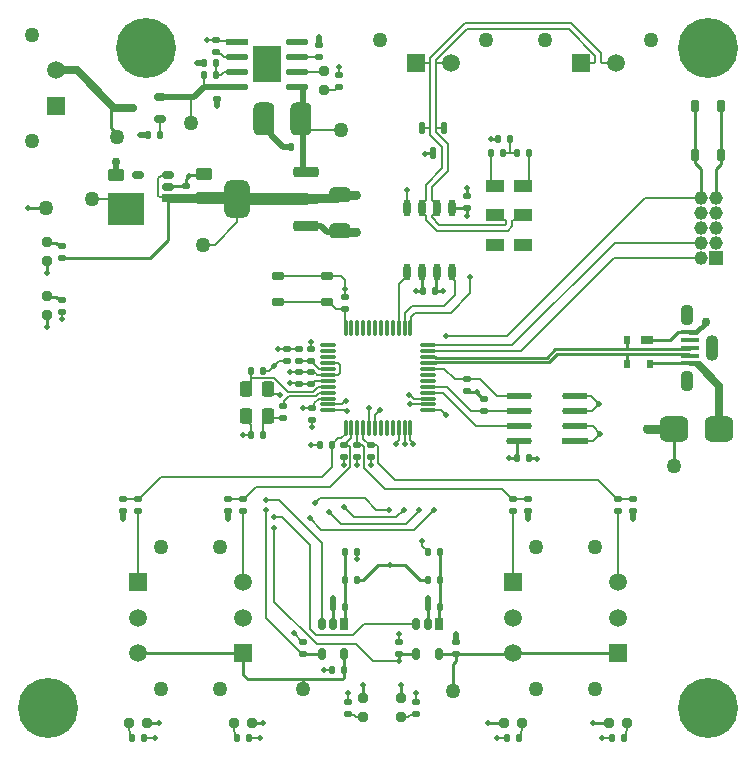
<source format=gbr>
%TF.GenerationSoftware,Altium Limited,Altium Designer,24.5.2 (23)*%
G04 Layer_Physical_Order=1*
G04 Layer_Color=255*
%FSLAX45Y45*%
%MOMM*%
%TF.SameCoordinates,627A3E5C-85DC-498E-B9C8-82595492641C*%
%TF.FilePolarity,Positive*%
%TF.FileFunction,Copper,L1,Top,Signal*%
%TF.Part,Single*%
G01*
G75*
%TA.AperFunction,SMDPad,CuDef*%
%ADD10C,1.27000*%
%ADD11R,1.60000X1.00000*%
G04:AMPARAMS|DCode=12|XSize=2.15mm|YSize=2.45mm|CornerRadius=0.5375mm|HoleSize=0mm|Usage=FLASHONLY|Rotation=270.000|XOffset=0mm|YOffset=0mm|HoleType=Round|Shape=RoundedRectangle|*
%AMROUNDEDRECTD12*
21,1,2.15000,1.37500,0,0,270.0*
21,1,1.07500,2.45000,0,0,270.0*
1,1,1.07500,-0.68750,-0.53750*
1,1,1.07500,-0.68750,0.53750*
1,1,1.07500,0.68750,0.53750*
1,1,1.07500,0.68750,-0.53750*
%
%ADD12ROUNDEDRECTD12*%
%ADD13R,1.92006X0.58213*%
G04:AMPARAMS|DCode=14|XSize=1.92006mm|YSize=0.58213mm|CornerRadius=0.29107mm|HoleSize=0mm|Usage=FLASHONLY|Rotation=0.000|XOffset=0mm|YOffset=0mm|HoleType=Round|Shape=RoundedRectangle|*
%AMROUNDEDRECTD14*
21,1,1.92006,0.00000,0,0,0.0*
21,1,1.33793,0.58213,0,0,0.0*
1,1,0.58213,0.66896,0.00000*
1,1,0.58213,-0.66896,0.00000*
1,1,0.58213,-0.66896,0.00000*
1,1,0.58213,0.66896,0.00000*
%
%ADD14ROUNDEDRECTD14*%
%ADD15R,2.40000X3.10000*%
G04:AMPARAMS|DCode=16|XSize=0.7mm|YSize=1mm|CornerRadius=0.175mm|HoleSize=0mm|Usage=FLASHONLY|Rotation=0.000|XOffset=0mm|YOffset=0mm|HoleType=Round|Shape=RoundedRectangle|*
%AMROUNDEDRECTD16*
21,1,0.70000,0.65000,0,0,0.0*
21,1,0.35000,1.00000,0,0,0.0*
1,1,0.35000,0.17500,-0.32500*
1,1,0.35000,-0.17500,-0.32500*
1,1,0.35000,-0.17500,0.32500*
1,1,0.35000,0.17500,0.32500*
%
%ADD16ROUNDEDRECTD16*%
%ADD17R,0.70000X1.00000*%
G04:AMPARAMS|DCode=18|XSize=1.05mm|YSize=0.65mm|CornerRadius=0.1625mm|HoleSize=0mm|Usage=FLASHONLY|Rotation=0.000|XOffset=0mm|YOffset=0mm|HoleType=Round|Shape=RoundedRectangle|*
%AMROUNDEDRECTD18*
21,1,1.05000,0.32500,0,0,0.0*
21,1,0.72500,0.65000,0,0,0.0*
1,1,0.32500,0.36250,-0.16250*
1,1,0.32500,-0.36250,-0.16250*
1,1,0.32500,-0.36250,0.16250*
1,1,0.32500,0.36250,0.16250*
%
%ADD18ROUNDEDRECTD18*%
G04:AMPARAMS|DCode=19|XSize=1.05mm|YSize=0.65mm|CornerRadius=0.1625mm|HoleSize=0mm|Usage=FLASHONLY|Rotation=270.000|XOffset=0mm|YOffset=0mm|HoleType=Round|Shape=RoundedRectangle|*
%AMROUNDEDRECTD19*
21,1,1.05000,0.32500,0,0,270.0*
21,1,0.72500,0.65000,0,0,270.0*
1,1,0.32500,-0.16250,-0.36250*
1,1,0.32500,-0.16250,0.36250*
1,1,0.32500,0.16250,0.36250*
1,1,0.32500,0.16250,-0.36250*
%
%ADD19ROUNDEDRECTD19*%
%ADD20R,0.60000X0.70000*%
G04:AMPARAMS|DCode=21|XSize=0.508mm|YSize=0.635mm|CornerRadius=0.127mm|HoleSize=0mm|Usage=FLASHONLY|Rotation=270.000|XOffset=0mm|YOffset=0mm|HoleType=Round|Shape=RoundedRectangle|*
%AMROUNDEDRECTD21*
21,1,0.50800,0.38100,0,0,270.0*
21,1,0.25400,0.63500,0,0,270.0*
1,1,0.25400,-0.19050,-0.12700*
1,1,0.25400,-0.19050,0.12700*
1,1,0.25400,0.19050,0.12700*
1,1,0.25400,0.19050,-0.12700*
%
%ADD21ROUNDEDRECTD21*%
G04:AMPARAMS|DCode=22|XSize=1.27mm|YSize=1.778mm|CornerRadius=0.3175mm|HoleSize=0mm|Usage=FLASHONLY|Rotation=90.000|XOffset=0mm|YOffset=0mm|HoleType=Round|Shape=RoundedRectangle|*
%AMROUNDEDRECTD22*
21,1,1.27000,1.14300,0,0,90.0*
21,1,0.63500,1.77800,0,0,90.0*
1,1,0.63500,0.57150,0.31750*
1,1,0.63500,0.57150,-0.31750*
1,1,0.63500,-0.57150,-0.31750*
1,1,0.63500,-0.57150,0.31750*
%
%ADD22ROUNDEDRECTD22*%
G04:AMPARAMS|DCode=23|XSize=0.508mm|YSize=0.635mm|CornerRadius=0.127mm|HoleSize=0mm|Usage=FLASHONLY|Rotation=0.000|XOffset=0mm|YOffset=0mm|HoleType=Round|Shape=RoundedRectangle|*
%AMROUNDEDRECTD23*
21,1,0.50800,0.38100,0,0,0.0*
21,1,0.25400,0.63500,0,0,0.0*
1,1,0.25400,0.12700,-0.19050*
1,1,0.25400,-0.12700,-0.19050*
1,1,0.25400,-0.12700,0.19050*
1,1,0.25400,0.12700,0.19050*
%
%ADD23ROUNDEDRECTD23*%
G04:AMPARAMS|DCode=24|XSize=0.9mm|YSize=2.15mm|CornerRadius=0.225mm|HoleSize=0mm|Usage=FLASHONLY|Rotation=270.000|XOffset=0mm|YOffset=0mm|HoleType=Round|Shape=RoundedRectangle|*
%AMROUNDEDRECTD24*
21,1,0.90000,1.70000,0,0,270.0*
21,1,0.45000,2.15000,0,0,270.0*
1,1,0.45000,-0.85000,-0.22500*
1,1,0.45000,-0.85000,0.22500*
1,1,0.45000,0.85000,0.22500*
1,1,0.45000,0.85000,-0.22500*
%
%ADD24ROUNDEDRECTD24*%
G04:AMPARAMS|DCode=25|XSize=3.2mm|YSize=2.15mm|CornerRadius=0.5375mm|HoleSize=0mm|Usage=FLASHONLY|Rotation=270.000|XOffset=0mm|YOffset=0mm|HoleType=Round|Shape=RoundedRectangle|*
%AMROUNDEDRECTD25*
21,1,3.20000,1.07500,0,0,270.0*
21,1,2.12500,2.15000,0,0,270.0*
1,1,1.07500,-0.53750,-1.06250*
1,1,1.07500,-0.53750,1.06250*
1,1,1.07500,0.53750,1.06250*
1,1,1.07500,0.53750,-1.06250*
%
%ADD25ROUNDEDRECTD25*%
G04:AMPARAMS|DCode=26|XSize=0.7mm|YSize=1mm|CornerRadius=0.175mm|HoleSize=0mm|Usage=FLASHONLY|Rotation=270.000|XOffset=0mm|YOffset=0mm|HoleType=Round|Shape=RoundedRectangle|*
%AMROUNDEDRECTD26*
21,1,0.70000,0.65000,0,0,270.0*
21,1,0.35000,1.00000,0,0,270.0*
1,1,0.35000,-0.32500,-0.17500*
1,1,0.35000,-0.32500,0.17500*
1,1,0.35000,0.32500,0.17500*
1,1,0.35000,0.32500,-0.17500*
%
%ADD26ROUNDEDRECTD26*%
G04:AMPARAMS|DCode=27|XSize=0.8mm|YSize=0.8mm|CornerRadius=0.2mm|HoleSize=0mm|Usage=FLASHONLY|Rotation=270.000|XOffset=0mm|YOffset=0mm|HoleType=Round|Shape=RoundedRectangle|*
%AMROUNDEDRECTD27*
21,1,0.80000,0.40000,0,0,270.0*
21,1,0.40000,0.80000,0,0,270.0*
1,1,0.40000,-0.20000,-0.20000*
1,1,0.40000,-0.20000,0.20000*
1,1,0.40000,0.20000,0.20000*
1,1,0.40000,0.20000,-0.20000*
%
%ADD27ROUNDEDRECTD27*%
%ADD28R,2.17406X0.55213*%
G04:AMPARAMS|DCode=29|XSize=2.17406mm|YSize=0.55213mm|CornerRadius=0.27606mm|HoleSize=0mm|Usage=FLASHONLY|Rotation=180.000|XOffset=0mm|YOffset=0mm|HoleType=Round|Shape=RoundedRectangle|*
%AMROUNDEDRECTD29*
21,1,2.17406,0.00000,0,0,180.0*
21,1,1.62193,0.55213,0,0,180.0*
1,1,0.55213,-0.81097,0.00000*
1,1,0.55213,0.81097,0.00000*
1,1,0.55213,0.81097,0.00000*
1,1,0.55213,-0.81097,0.00000*
%
%ADD29ROUNDEDRECTD29*%
%ADD30O,0.30000X1.45000*%
%ADD31O,1.45000X0.30000*%
G04:AMPARAMS|DCode=32|XSize=1.3mm|YSize=1.1mm|CornerRadius=0.275mm|HoleSize=0mm|Usage=FLASHONLY|Rotation=270.000|XOffset=0mm|YOffset=0mm|HoleType=Round|Shape=RoundedRectangle|*
%AMROUNDEDRECTD32*
21,1,1.30000,0.55000,0,0,270.0*
21,1,0.75000,1.10000,0,0,270.0*
1,1,0.55000,-0.27500,-0.37500*
1,1,0.55000,-0.27500,0.37500*
1,1,0.55000,0.27500,0.37500*
1,1,0.55000,0.27500,-0.37500*
%
%ADD32ROUNDEDRECTD32*%
G04:AMPARAMS|DCode=33|XSize=1.778mm|YSize=2.794mm|CornerRadius=0.4445mm|HoleSize=0mm|Usage=FLASHONLY|Rotation=0.000|XOffset=0mm|YOffset=0mm|HoleType=Round|Shape=RoundedRectangle|*
%AMROUNDEDRECTD33*
21,1,1.77800,1.90500,0,0,0.0*
21,1,0.88900,2.79400,0,0,0.0*
1,1,0.88900,0.44450,-0.95250*
1,1,0.88900,-0.44450,-0.95250*
1,1,0.88900,-0.44450,0.95250*
1,1,0.88900,0.44450,0.95250*
%
%ADD33ROUNDEDRECTD33*%
%ADD34R,1.00000X0.70000*%
%ADD35O,0.60000X1.45000*%
%ADD36R,1.50000X0.44800*%
G04:AMPARAMS|DCode=37|XSize=0.986mm|YSize=0.59mm|CornerRadius=0.1475mm|HoleSize=0mm|Usage=FLASHONLY|Rotation=270.000|XOffset=0mm|YOffset=0mm|HoleType=Round|Shape=RoundedRectangle|*
%AMROUNDEDRECTD37*
21,1,0.98600,0.29500,0,0,270.0*
21,1,0.69101,0.59000,0,0,270.0*
1,1,0.29500,-0.14750,-0.34550*
1,1,0.29500,-0.14750,0.34550*
1,1,0.29500,0.14750,0.34550*
1,1,0.29500,0.14750,-0.34550*
%
%ADD37ROUNDEDRECTD37*%
%ADD38R,1.00000X0.70000*%
G04:AMPARAMS|DCode=39|XSize=0.8mm|YSize=0.8mm|CornerRadius=0.2mm|HoleSize=0mm|Usage=FLASHONLY|Rotation=180.000|XOffset=0mm|YOffset=0mm|HoleType=Round|Shape=RoundedRectangle|*
%AMROUNDEDRECTD39*
21,1,0.80000,0.40000,0,0,180.0*
21,1,0.40000,0.80000,0,0,180.0*
1,1,0.40000,-0.20000,0.20000*
1,1,0.40000,0.20000,0.20000*
1,1,0.40000,0.20000,-0.20000*
1,1,0.40000,-0.20000,-0.20000*
%
%ADD39ROUNDEDRECTD39*%
G04:AMPARAMS|DCode=40|XSize=1.016mm|YSize=1.397mm|CornerRadius=0.254mm|HoleSize=0mm|Usage=FLASHONLY|Rotation=270.000|XOffset=0mm|YOffset=0mm|HoleType=Round|Shape=RoundedRectangle|*
%AMROUNDEDRECTD40*
21,1,1.01600,0.88900,0,0,270.0*
21,1,0.50800,1.39700,0,0,270.0*
1,1,0.50800,-0.44450,-0.25400*
1,1,0.50800,-0.44450,0.25400*
1,1,0.50800,0.44450,0.25400*
1,1,0.50800,0.44450,-0.25400*
%
%ADD40ROUNDEDRECTD40*%
%TA.AperFunction,Conductor*%
%ADD41C,0.76200*%
%ADD42C,0.20320*%
%ADD43C,0.25400*%
%ADD44C,0.50800*%
%ADD45C,0.16510*%
%ADD46C,0.63500*%
%ADD47C,0.15240*%
%ADD48C,0.45720*%
%ADD49C,0.43180*%
%ADD50C,0.23434*%
%ADD51C,0.12700*%
%ADD52C,1.01600*%
%TA.AperFunction,ViaPad*%
%ADD53C,5.08000*%
%TA.AperFunction,ComponentPad*%
%ADD54C,1.52000*%
%ADD55C,1.27000*%
%ADD56R,1.52000X1.52000*%
%ADD57R,1.15800X1.15800*%
%ADD58C,1.15800*%
%ADD59R,1.52000X1.52000*%
%ADD60O,1.10000X2.20000*%
%ADD61O,1.10000X1.80000*%
%TA.AperFunction,ViaPad*%
%ADD62C,0.50000*%
%ADD63C,0.76200*%
G36*
X1196340Y4521200D02*
Y4467860D01*
X891540D01*
Y4739640D01*
X1196340D01*
Y4521200D01*
D02*
G37*
D10*
X3810000Y523240D02*
D03*
X2537460Y543560D02*
D03*
X5676900Y2425700D02*
D03*
X750570Y4687570D02*
D03*
X1694180Y4302760D02*
D03*
X2865120Y5275580D02*
D03*
X365760Y4610100D02*
D03*
X1587500Y5334000D02*
D03*
X967740Y5212080D02*
D03*
D11*
X4165600Y4800600D02*
D03*
Y4550600D02*
D03*
Y4300600D02*
D03*
X4405600Y4800600D02*
D03*
X4405600Y4550600D02*
D03*
X4405600Y4300600D02*
D03*
D12*
X6057900Y2743200D02*
D03*
X5676900D02*
D03*
D13*
X1981200Y6019800D02*
D03*
D14*
X1981200Y5892800D02*
D03*
Y5765800D02*
D03*
X2489200D02*
D03*
Y5892800D02*
D03*
X2489200Y6019800D02*
D03*
Y5638800D02*
D03*
X1981200Y5638800D02*
D03*
D15*
X2235200Y5829300D02*
D03*
D16*
X2794000Y1090200D02*
D03*
X2699000D02*
D03*
Y840200D02*
D03*
X2889000Y840200D02*
D03*
X3689100Y840200D02*
D03*
X3499100Y840200D02*
D03*
Y1090200D02*
D03*
X3594100Y1090200D02*
D03*
D17*
X2889000Y1090200D02*
D03*
X3689100Y1090200D02*
D03*
D18*
X2739880Y3819340D02*
D03*
X2324880D02*
D03*
X2739880Y4034340D02*
D03*
X2324880D02*
D03*
D19*
X5861500Y5063000D02*
D03*
Y5478000D02*
D03*
X6076500Y5063000D02*
D03*
Y5478000D02*
D03*
D20*
X5284720Y3495980D02*
D03*
X5284720Y3295980D02*
D03*
X5474720D02*
D03*
D21*
X2603500Y3416300D02*
D03*
Y3314700D02*
D03*
X2677160Y5892800D02*
D03*
X2677160Y5994400D02*
D03*
X1803400Y6032500D02*
D03*
Y5930901D02*
D03*
X2844800Y5638800D02*
D03*
Y5740400D02*
D03*
X3111500Y2501900D02*
D03*
Y2603500D02*
D03*
X1808480Y5537200D02*
D03*
Y5638800D02*
D03*
X5334000Y2146300D02*
D03*
Y2044700D02*
D03*
X3931920Y3060700D02*
D03*
Y3162299D02*
D03*
X4069080Y2999740D02*
D03*
Y2898141D02*
D03*
X2540000Y939800D02*
D03*
Y838200D02*
D03*
X3352800Y939800D02*
D03*
Y838200D02*
D03*
X2372360Y2933700D02*
D03*
Y2832100D02*
D03*
X495300Y4292600D02*
D03*
Y4191000D02*
D03*
Y3835400D02*
D03*
Y3733800D02*
D03*
X2921000Y330200D02*
D03*
Y431800D02*
D03*
X3492500Y330200D02*
D03*
Y431800D02*
D03*
X1143000Y2146300D02*
D03*
Y2044700D02*
D03*
X1016000Y2146300D02*
D03*
Y2044700D02*
D03*
X2032000Y2146300D02*
D03*
Y2044700D02*
D03*
X1905000Y2146300D02*
D03*
Y2044700D02*
D03*
X4318000Y2146300D02*
D03*
Y2044700D02*
D03*
X4445000Y2146300D02*
D03*
Y2044700D02*
D03*
X5207000Y2146300D02*
D03*
Y2044700D02*
D03*
X2501900Y3124200D02*
D03*
Y3225800D02*
D03*
X2603500Y3124200D02*
D03*
Y3225800D02*
D03*
X2400300Y3314700D02*
D03*
Y3416300D02*
D03*
X3931920Y4714240D02*
D03*
Y4612640D02*
D03*
X2616200Y2819400D02*
D03*
Y2921000D02*
D03*
X2898140Y3860800D02*
D03*
Y3759200D02*
D03*
X2882900Y2501900D02*
D03*
Y2603500D02*
D03*
X3835400Y939800D02*
D03*
Y838200D02*
D03*
X2997200Y2501900D02*
D03*
Y2603500D02*
D03*
X2501900Y3416300D02*
D03*
Y3314700D02*
D03*
X1549400Y4800600D02*
D03*
Y4699000D02*
D03*
D22*
X2849880Y4721860D02*
D03*
Y4417060D02*
D03*
D23*
X2435860Y5133340D02*
D03*
X2537460D02*
D03*
X1328420Y5227320D02*
D03*
X1226820D02*
D03*
X1701800Y5740400D02*
D03*
X1803400D02*
D03*
X1803400Y5842000D02*
D03*
X1701801Y5842000D02*
D03*
X2197693Y3233239D02*
D03*
X2096093D02*
D03*
X2197693Y2694424D02*
D03*
X2096093D02*
D03*
X2895600Y1701800D02*
D03*
X2997200D02*
D03*
X3695700Y1460500D02*
D03*
X3594101D02*
D03*
X3695699Y1701800D02*
D03*
X3594100D02*
D03*
X4348481Y5080000D02*
D03*
X4450080D02*
D03*
X4236720Y5082540D02*
D03*
X4135120D02*
D03*
X1092200Y127000D02*
D03*
X1193800D02*
D03*
X1981200D02*
D03*
X2082800D02*
D03*
X4368800D02*
D03*
X4267200D02*
D03*
X5257800D02*
D03*
X5156200D02*
D03*
X2895600Y1460500D02*
D03*
X2997199D02*
D03*
X3553460Y3911600D02*
D03*
X3655059D02*
D03*
X4193540Y5196840D02*
D03*
X4295140Y5196840D02*
D03*
X2794000Y1231900D02*
D03*
X2895600D02*
D03*
X2781300Y698500D02*
D03*
X2882900D02*
D03*
X2679700Y2603500D02*
D03*
X2781300D02*
D03*
X3594101Y1231900D02*
D03*
X3695700D02*
D03*
X4455160Y2494280D02*
D03*
X4353560D02*
D03*
D24*
X2568340Y4458840D02*
D03*
X2568340Y4688840D02*
D03*
X2568340Y4918840D02*
D03*
D25*
X1983340Y4688840D02*
D03*
D26*
X1326500Y5366000D02*
D03*
X1326500Y5556000D02*
D03*
X1086500Y5461000D02*
D03*
X1146999Y4699000D02*
D03*
X1147000Y4889000D02*
D03*
X1397000D02*
D03*
Y4794000D02*
D03*
D27*
X2717800Y5609600D02*
D03*
Y5769600D02*
D03*
X368300Y4321800D02*
D03*
Y4161800D02*
D03*
Y3864601D02*
D03*
Y3704600D02*
D03*
X3048000Y301000D02*
D03*
Y461000D02*
D03*
X3365500Y301000D02*
D03*
Y461000D02*
D03*
D28*
X4839087Y2639060D02*
D03*
D29*
Y2766060D02*
D03*
Y2893060D02*
D03*
Y3020060D02*
D03*
X4365873D02*
D03*
Y2893060D02*
D03*
Y2766060D02*
D03*
Y2639060D02*
D03*
D30*
X2900000Y3597500D02*
D03*
X2950000D02*
D03*
X3000000D02*
D03*
X3050000D02*
D03*
X3100000D02*
D03*
X3150000Y3597500D02*
D03*
X3200000D02*
D03*
X3250000Y3597500D02*
D03*
X3300000D02*
D03*
X3350000D02*
D03*
X3400000D02*
D03*
X3450000D02*
D03*
Y2752500D02*
D03*
X3400000D02*
D03*
X3350000D02*
D03*
X3300000D02*
D03*
X3250000D02*
D03*
X3200000D02*
D03*
X3150000D02*
D03*
X3100000D02*
D03*
X3050000D02*
D03*
X3000000D02*
D03*
X2950000D02*
D03*
X2900000D02*
D03*
D31*
X3597500Y3450000D02*
D03*
Y3400000D02*
D03*
Y3350000D02*
D03*
Y3300000D02*
D03*
Y3250000D02*
D03*
X3597500Y3200000D02*
D03*
Y3150000D02*
D03*
X3597500Y3100000D02*
D03*
Y3050000D02*
D03*
Y3000000D02*
D03*
Y2950000D02*
D03*
Y2900000D02*
D03*
X2752500D02*
D03*
Y2950000D02*
D03*
Y3000000D02*
D03*
Y3050000D02*
D03*
Y3100000D02*
D03*
X2752500Y3150000D02*
D03*
Y3200000D02*
D03*
X2752500Y3250000D02*
D03*
Y3300000D02*
D03*
Y3350000D02*
D03*
Y3400000D02*
D03*
Y3450000D02*
D03*
D32*
X2240485Y3078832D02*
D03*
Y2848832D02*
D03*
X2060485D02*
D03*
Y3078832D02*
D03*
D33*
X2208530Y5367020D02*
D03*
X2526030D02*
D03*
D34*
X1397000Y4699000D02*
D03*
D35*
X3416300Y4070900D02*
D03*
X3543300D02*
D03*
X3670300D02*
D03*
X3797300D02*
D03*
X3416300Y4615900D02*
D03*
X3543300D02*
D03*
X3670300D02*
D03*
X3797300D02*
D03*
D36*
X5816600Y3559000D02*
D03*
Y3299000D02*
D03*
Y3494000D02*
D03*
Y3364000D02*
D03*
Y3429000D02*
D03*
D37*
X3737360Y5289640D02*
D03*
X3547360D02*
D03*
X3642360Y5078640D02*
D03*
D38*
X5454720Y3495980D02*
D03*
D39*
X1223000Y254000D02*
D03*
X1063000D02*
D03*
X2112000D02*
D03*
X1952000D02*
D03*
X4238000D02*
D03*
X4398000D02*
D03*
X5127000D02*
D03*
X5287000D02*
D03*
D40*
X1701800Y4902200D02*
D03*
X1701800Y4699000D02*
D03*
X960120Y4892040D02*
D03*
Y4688840D02*
D03*
D41*
X2661398Y4696460D02*
X2824480D01*
X5448300Y2743200D02*
X5676900D01*
X2568340Y4688840D02*
X2575240Y4695740D01*
X2660678D02*
X2661398Y4696460D01*
X2575240Y4695740D02*
X2660678D01*
X2824480Y4696460D02*
X2849880Y4721860D01*
X2852420Y4719320D01*
X2989580D01*
X1397000Y4699000D02*
X1549400D01*
X1701800D01*
X1706881Y4693920D01*
X1978260D02*
X1983340Y4688840D01*
X2849880Y4417060D02*
X2854960Y4411980D01*
X2992120D01*
D42*
X3594100Y1701800D02*
Y1708150D01*
X3548979Y1753271D02*
X3594100Y1708150D01*
X3548979Y1753271D02*
Y1785021D01*
X3543300Y1790700D02*
X3548979Y1785021D01*
X2997200Y1638300D02*
Y1701800D01*
X2369067Y2939577D02*
X2378237Y2948746D01*
Y2977677D02*
X2423160Y3022600D01*
X2378237Y2948746D02*
Y2977677D01*
X2280878Y3038439D02*
X2341281D01*
X2423160Y3022600D02*
X2646680D01*
X2341281Y3038439D02*
X2346960Y3032760D01*
X2240485Y3078832D02*
X2280878Y3038439D01*
X1790700Y4302760D02*
X1983340Y4495400D01*
X1694180Y4302760D02*
X1790700D01*
X1983340Y4495400D02*
Y4688840D01*
X2537460Y5340280D02*
X2602160Y5275580D01*
X2526030Y5351710D02*
X2537460Y5340280D01*
X2602160Y5275580D02*
X2865120D01*
X2526030Y5351710D02*
Y5367020D01*
X1149350Y2146300D02*
X1339850Y2336800D01*
X2697480D01*
X2781300Y2420620D01*
X3233420Y2235200D02*
X4222750D01*
X3055620Y2413000D02*
X3233420Y2235200D01*
X5035550Y2311400D02*
X5200650Y2146300D01*
X3317350Y2311400D02*
X5035550D01*
X3177540Y2451210D02*
X3317350Y2311400D01*
X4222750Y2235200D02*
X4311650Y2146300D01*
X2296291Y3276600D02*
X2334391Y3314700D01*
X2400300D01*
X2294031Y3276600D02*
X2296291D01*
X2609850Y3314700D02*
X2672698Y3251852D01*
X2750648D01*
X2752500Y3250000D01*
X2603500Y3314700D02*
X2609850D01*
X2603500Y3314700D02*
X2603500Y3314700D01*
X2501900Y3314700D02*
X2603500D01*
X2400300Y3416300D02*
X2400300Y3416300D01*
X2501900D01*
X2324100Y3416300D02*
X2400300D01*
X3416300Y4615900D02*
Y4767580D01*
X3100000Y2752500D02*
Y2919800D01*
X3098800Y2921000D02*
X3100000Y2919800D01*
X3111500Y2438400D02*
Y2501900D01*
X2882900Y2438400D02*
Y2501900D01*
X2997200Y2438400D02*
Y2501900D01*
X2139950Y2247900D02*
X2766060D01*
X2938780Y2420620D01*
X2038350Y2146300D02*
X2139950Y2247900D01*
X2694529Y1889760D02*
X3477260D01*
X2598009Y1986280D02*
X2694529Y1889760D01*
X3159760Y2057400D02*
X3263900D01*
X3477260Y1889760D02*
X3644900Y2057400D01*
X3443180Y2950000D02*
X3597500D01*
X3441700Y2951480D02*
X3443180Y2950000D01*
X3477411Y3000000D02*
X3597500D01*
X3447191Y3030220D02*
X3477411Y3000000D01*
X3439160Y3030220D02*
X3447191D01*
X3150000Y2862460D02*
X3187700Y2900160D01*
X3150000Y2752500D02*
Y2862460D01*
X3187700Y2900160D02*
Y2903220D01*
X2907370Y2899070D02*
X2908300Y2898140D01*
X2753430Y2899070D02*
X2907370D01*
X2752500Y2900000D02*
X2753430Y2899070D01*
X2752500Y2950000D02*
X2870849D01*
X2897729Y2976880D01*
X2905760D01*
X2682240Y2153920D02*
X3063240D01*
X2644140Y2115820D02*
X2682240Y2153920D01*
X3063240D02*
X3159760Y2057400D01*
X2885440Y2080260D02*
X2971800Y1993900D01*
X2758440Y2042160D02*
X2860040Y1940560D01*
X2971800Y1993900D02*
X3327400D01*
X2644140Y2113280D02*
Y2115820D01*
X3789680Y3726180D02*
X3954780Y3891280D01*
Y4030980D01*
X3484083Y3726180D02*
X3789680D01*
X3451852Y3693949D02*
X3484083Y3726180D01*
X3450000Y3597500D02*
X3451852Y3599352D01*
Y3693949D01*
X1727200Y6032500D02*
X1803400D01*
X1727200Y6032500D02*
X1727200Y6032500D01*
X2717800Y698500D02*
X2781300D01*
X2324880Y4034340D02*
X2739880D01*
X2861760D01*
X2895600Y3924300D02*
Y4000500D01*
X2861760Y4034340D02*
X2895600Y4000500D01*
X2896870Y3862070D02*
X2898140Y3860800D01*
X2896870Y3862070D02*
Y3923030D01*
X2895600Y3924300D02*
X2896870Y3923030D01*
X2898140Y3759200D02*
X2899070Y3758270D01*
Y3598430D02*
X2900000Y3597500D01*
X2899070Y3598430D02*
Y3758270D01*
X2819400Y3759200D02*
X2898140D01*
X2759260Y3819340D02*
X2819400Y3759200D01*
X2324880Y3819340D02*
X2739880D01*
X749300Y4686300D02*
X750570Y4687570D01*
X958850D01*
X960120Y4688840D01*
X5200650Y2146300D02*
X5207000D01*
X5334000D01*
X4318000D02*
X4445000D01*
X4311650D02*
X4318000D01*
X3350000Y3597500D02*
Y3972300D01*
X3416300Y4038600D01*
Y4070900D01*
X3797300Y4022057D02*
Y4070900D01*
Y4022057D02*
X3822700Y3996657D01*
Y3873500D02*
Y3996657D01*
X3736340Y3787140D02*
X3822700Y3873500D01*
X495300Y3670300D02*
Y3733800D01*
X1587500Y5334000D02*
Y5556000D01*
X5435600Y4699000D02*
X5905500D01*
X3746500Y3530600D02*
X4267200D01*
X5435600Y4699000D01*
X3597500Y3450000D02*
X4313600D01*
X5181601Y4318001D02*
X5905500D01*
X4313600Y3450000D02*
X5181601Y4318001D01*
X2540000Y2921000D02*
X2616200D01*
X3327400Y1993900D02*
X3390900Y2057400D01*
X3409091Y1940560D02*
X3517900Y2049369D01*
X2860040Y1940560D02*
X3409091D01*
X3517900Y2049369D02*
Y2057400D01*
X2296160Y1996440D02*
X2364071D01*
X2600960Y1759551D01*
Y1049020D02*
Y1759551D01*
X2296160Y1280160D02*
Y1899920D01*
Y1280160D02*
X2654300Y922020D01*
X2230120Y1141730D02*
Y2052320D01*
Y1141730D02*
X2533650Y838200D01*
X2230120Y2138680D02*
X2334260D01*
X2699000Y1773940D01*
X2654300Y922020D02*
X2984500D01*
X3131820Y774700D01*
X3352800D01*
X2461895Y1010920D02*
X2533015Y939800D01*
X2540000D01*
X2461260Y1010920D02*
X2461895D01*
X2611520Y2603500D02*
X2679700D01*
X2600960Y1049020D02*
X2651760Y998220D01*
X2964180D01*
X3056160Y1090200D02*
X3499100D01*
X2964180Y998220D02*
X3056160Y1090200D01*
X1016000Y2146300D02*
X1143000D01*
X2699000Y1090200D02*
Y1773940D01*
X3706540Y2900000D02*
X3746500Y2860040D01*
X3597500Y2900000D02*
X3706540D01*
X3350000Y2646831D02*
Y2752500D01*
X3329940Y2626771D02*
X3350000Y2646831D01*
X3329940Y2618740D02*
Y2626771D01*
X3400000Y2752500D02*
X3400530Y2751970D01*
Y2619270D02*
Y2751970D01*
Y2619270D02*
X3401060Y2618740D01*
X3450000Y2648951D02*
X3472180Y2626771D01*
X3450000Y2648951D02*
Y2752500D01*
X3472180Y2618740D02*
Y2626771D01*
X3425200Y301000D02*
X3441700Y317500D01*
X3479800D02*
X3492500Y330200D01*
X3365500Y301000D02*
X3425200D01*
X3441700Y317500D02*
X3479800D01*
X2082800Y127000D02*
X2171700D01*
X1952000Y181600D02*
Y254000D01*
X1967528Y140672D02*
X1981200Y127000D01*
X1952000Y181600D02*
X1967528Y166072D01*
Y140672D02*
Y166072D01*
X1063000Y194300D02*
Y254000D01*
Y194300D02*
X1078528Y178772D01*
Y140672D02*
X1092200Y127000D01*
X1078528Y140672D02*
Y178772D01*
X1193800Y127000D02*
X1282700D01*
X2971800Y317500D02*
X2988300Y301000D01*
X3048000D01*
X2933700Y317500D02*
X2971800D01*
X2921000Y330200D02*
X2933700Y317500D01*
X3492500Y431800D02*
Y508000D01*
X2921000Y431800D02*
Y508000D01*
X5283200Y250200D02*
X5287000Y254000D01*
X5283200Y190500D02*
Y250200D01*
X5271472Y140672D02*
Y178772D01*
X5283200Y190500D01*
X5257800Y127000D02*
X5271472Y140672D01*
X4382472Y178772D02*
X4398000Y194300D01*
Y254000D01*
X4368800Y127000D02*
X4382472Y140672D01*
Y178772D01*
X4178300Y127000D02*
X4267200D01*
X5067300D02*
X5156200D01*
X3352800Y939800D02*
Y1003300D01*
X1905000Y2146300D02*
X2032000D01*
X2781300Y2420620D02*
Y2603500D01*
X1143000Y2146300D02*
X1149350D01*
X3055620Y2413000D02*
Y2585720D01*
X3037840Y2603500D02*
X3055620Y2585720D01*
X2997200Y2603500D02*
X3037840D01*
X3177540Y2451210D02*
Y2588260D01*
X1143000Y1443000D02*
Y2044700D01*
X2032000Y2146300D02*
X2038350D01*
X2032000Y1443000D02*
Y2044700D01*
X5207000Y1443000D02*
Y2044700D01*
X4318000Y1443000D02*
Y2044700D01*
X1328420Y5232400D02*
Y5364080D01*
X1326500Y5366000D02*
X1328420Y5364080D01*
X4991100Y2766060D02*
X5054600Y2702560D01*
X4996180Y2639060D02*
X5054600Y2697480D01*
Y2702560D01*
X4839087Y2766060D02*
X4991100D01*
X4839087Y2893060D02*
X4986020D01*
X5044440Y2951480D01*
X4980940Y3020060D02*
X5044440Y2956560D01*
Y2951480D02*
Y2956560D01*
X4839087Y2639060D02*
X4839087Y2639060D01*
X4996180D01*
X4839087Y3020060D02*
X4980940D01*
X4839087Y3020060D02*
X4839087Y3020060D01*
X4519930Y2493010D02*
X4521200Y2491740D01*
X4455160Y2494280D02*
X4456430Y2493010D01*
X3597500Y3050000D02*
X3598040Y3050540D01*
X3721100D01*
X4005580Y2766060D01*
X4365873D01*
X3597500Y3100000D02*
X3760540D01*
X3962400Y2898140D02*
X4053840D01*
X3760540Y3100000D02*
X3962400Y2898140D01*
X4363333Y2895600D02*
X4365873Y2893060D01*
X4056380Y2895600D02*
X4363333D01*
X4053840Y2898140D02*
X4056380Y2895600D01*
X4363334Y3022600D02*
X4365873Y3020060D01*
X4178300Y3022600D02*
X4363334D01*
X3942080Y3162300D02*
X4038600D01*
X4178300Y3022600D01*
X3825380Y3162300D02*
X3942080D01*
X3737680Y3250000D02*
X3825380Y3162300D01*
X3597500Y3250000D02*
X3737680D01*
X5176099Y4191000D02*
X5905501D01*
X4385100Y3400000D02*
X5176099Y4191000D01*
X3597500Y3400000D02*
X4385100D01*
X2616200Y2755900D02*
Y2819400D01*
X3459480Y3787140D02*
X3736340D01*
X3400000Y3727660D02*
X3459480Y3787140D01*
X3400000Y3597500D02*
Y3727660D01*
X2938780Y2420620D02*
Y2589057D01*
X2926877Y2600960D02*
X2938780Y2589057D01*
X2885440Y2600960D02*
X2926877D01*
X2882900Y2603500D02*
X2885440Y2600960D01*
X2781300Y2609850D02*
X2833370Y2661920D01*
X2781300Y2603500D02*
Y2609850D01*
X2833370Y2661920D02*
X2864301D01*
X2900000Y2697619D01*
Y2752500D01*
X3050000Y2660025D02*
X3106525Y2603500D01*
X3050000Y2660025D02*
Y2752500D01*
X3106525Y2603500D02*
X3162300D01*
X2998600Y2751100D02*
X3000000Y2752500D01*
X2997200Y2603500D02*
X2998600Y2604900D01*
Y2751100D01*
X2948940Y2664565D02*
Y2751440D01*
X2888559Y2604183D02*
X2948940Y2664565D01*
Y2751440D02*
X2950000Y2752500D01*
X3162300Y2603500D02*
X3177540Y2588260D01*
X2646680Y3022600D02*
X2672228Y3048148D01*
X2095081Y2693412D02*
X2096093Y2694424D01*
X2030472Y2693412D02*
X2095081D01*
X2029460Y2692400D02*
X2030472Y2693412D01*
X2240485Y2838109D02*
X2246493Y2832100D01*
X2359660D01*
X2293620Y3175000D02*
X2410460Y3058160D01*
X2110740Y3175000D02*
X2293620D01*
X2410460Y3058160D02*
X2623820D01*
X2665660Y3100000D01*
X2673101Y2998221D02*
X2750721D01*
X2636222Y2936046D02*
Y2961342D01*
X2673101Y2998221D01*
X2750721D02*
X2752500Y3000000D01*
X2621175Y2921000D02*
X2636222Y2936046D01*
X2616200Y2921000D02*
X2621175D01*
X2672228Y3048148D02*
X2750648D01*
X2752500Y3050000D01*
X2197693Y2694424D02*
Y2784593D01*
X2240485Y2827386D01*
X2096093Y2694424D02*
Y2782088D01*
X2060485Y2848832D02*
X2094620Y2814696D01*
Y2783561D02*
Y2814696D01*
Y2783561D02*
X2096093Y2782088D01*
X2433320Y3129280D02*
X2496820D01*
X2501900Y3124200D01*
X2428240Y3134360D02*
X2433320Y3129280D01*
X2294031Y3273698D02*
Y3276600D01*
X2253573Y3233239D02*
X2294031Y3273698D01*
X2197693Y3233239D02*
X2253573D01*
X2096079Y3160339D02*
X2110740Y3175000D01*
X2096079Y3114426D02*
Y3160339D01*
Y3233225D01*
X2665660Y3100000D02*
X2752500D01*
X2501900Y3124200D02*
X2603500D01*
X2611225D02*
X2637025Y3150000D01*
X2752500D01*
X2603500Y3124200D02*
X2611225D01*
X2661920Y3200400D02*
X2752100D01*
X2752500Y3200000D01*
X2617172Y3212128D02*
X2650192D01*
X2661920Y3200400D01*
X2603500Y3225800D02*
X2617172Y3212128D01*
X2501900Y3225800D02*
X2603500D01*
X2428240D02*
X2501900D01*
X2603500Y3416300D02*
Y3482340D01*
X1313180Y4718523D02*
X1325083Y4706620D01*
X1313180Y4718523D02*
Y4866640D01*
X1325083Y4706620D02*
X1389380D01*
X1313180Y4866640D02*
X1333500Y4886960D01*
X1389380Y4706620D02*
X1397000Y4699000D01*
X1333500Y4886960D02*
X1394959D01*
X1397000Y4889000D01*
X2844800Y5740400D02*
Y5803900D01*
X1699260Y5638800D02*
Y5737859D01*
X1701800Y5740400D01*
X2807875Y5609600D02*
X2837075Y5638800D01*
X2844800D01*
X2717800Y5609600D02*
X2807875D01*
X2489200Y5765800D02*
X2491100Y5767700D01*
X2715900D02*
X2717800Y5769600D01*
X2491100Y5767700D02*
X2715900D01*
X2489200Y5892800D02*
X2677159D01*
X2489200Y5892800D02*
X2489200Y5892800D01*
X2677159D02*
X2677160Y5892800D01*
X1814248Y5920052D02*
X1844728D01*
X1980548Y5893452D02*
X1981200Y5892800D01*
X1871328Y5893452D02*
X1980548D01*
X1803400Y5930901D02*
X1814248Y5920052D01*
X1844728D02*
X1871328Y5893452D01*
X1803400Y6032500D02*
X1809750Y6026150D01*
X1974850D01*
X1981200Y6019800D01*
X1803400Y5740400D02*
Y5842000D01*
X1803400Y5740400D02*
X1803400Y5740400D01*
X1869440Y5760720D02*
X1976120D01*
X1981200Y5765800D01*
X1849120Y5740400D02*
X1869440Y5760720D01*
X1803400Y5740400D02*
X1849120D01*
D43*
X3810000Y523240D02*
Y749300D01*
X2540000Y500380D02*
Y622300D01*
X967740Y5212080D02*
Y5242560D01*
X916940Y5293360D02*
X967740Y5242560D01*
X916940Y5293360D02*
Y5483860D01*
X1576967Y4889127D02*
X1688727D01*
X1572260Y4882307D02*
Y4884420D01*
X1548130Y4858177D02*
X1572260Y4882307D01*
X1548130Y4801869D02*
Y4858177D01*
X1688727Y4889127D02*
X1701800Y4902200D01*
X1572260Y4884420D02*
X1576967Y4889127D01*
X1548130Y4801869D02*
X1549400Y4800600D01*
X1546100Y4797300D02*
X1549400Y4800600D01*
X3639230Y5075510D02*
X3642360Y5078640D01*
X3571830Y5075510D02*
X3639230D01*
X3568700Y5072380D02*
X3571830Y5075510D01*
X2898140Y3759200D02*
X2898140Y3759200D01*
X2739880Y3819340D02*
X2759260D01*
X3835400Y838200D02*
X3837800Y840600D01*
X3835400Y774700D02*
Y838200D01*
X3834400Y839200D02*
X3835400Y838200D01*
X3810000Y749300D02*
X3835400Y774700D01*
X2540000Y622300D02*
X2868021D01*
X2070100D02*
X2540000D01*
X5676900Y2425700D02*
Y2743200D01*
X3175000Y1587500D02*
X3403600D01*
X3048000Y1460500D02*
X3175000Y1587500D01*
X2997199Y1460500D02*
X3048000D01*
X3530600D02*
X3594101D01*
X3403600Y1587500D02*
X3530600Y1460500D01*
X3492500Y3911600D02*
X3553460D01*
X3655059D02*
X3721100D01*
X3548380Y3916680D02*
Y4065820D01*
Y3916680D02*
X3553460Y3911600D01*
X3543300Y4070900D02*
X3548380Y4065820D01*
X3663680Y3920220D02*
Y4064280D01*
X3655059Y3911600D02*
X3663680Y3920220D01*
Y4064280D02*
X3670300Y4070900D01*
X372101Y3860800D02*
X444500D01*
X368300Y3864601D02*
X372101Y3860800D01*
X457200Y3848100D02*
X482600D01*
X495300Y3835400D01*
X444500Y3860800D02*
X457200Y3848100D01*
X368300Y3606800D02*
Y3704600D01*
X372100Y4318000D02*
X444500D01*
X368300Y4321800D02*
X372100Y4318000D01*
X457200Y4305300D02*
X482600D01*
X444500Y4318000D02*
X457200Y4305300D01*
X482600D02*
X495300Y4292600D01*
X368300Y4064000D02*
Y4161800D01*
X495300Y4191000D02*
X1244600D01*
X1397000Y4343400D01*
Y4699000D01*
X213360Y4610100D02*
X365760D01*
X5905500Y4699000D02*
Y4711700D01*
Y4945380D01*
X2533650Y838200D02*
X2540000D01*
X2112000Y254000D02*
X2200040D01*
X1223000D02*
X1320800D01*
X3365500Y461000D02*
Y571500D01*
X3048000Y461000D02*
Y571500D01*
X4102100Y254000D02*
X4238000D01*
X4991100D02*
X5127000D01*
X3594100Y1090201D02*
Y1231900D01*
X3594101Y1231900D01*
X3594100Y1090200D02*
X3594100Y1090201D01*
X2794000Y1090200D02*
X2794000Y1090201D01*
Y1231900D01*
X3689100Y1090200D02*
X3692400Y1093500D01*
Y1228600D02*
X3695700Y1231900D01*
X3692400Y1093500D02*
Y1228600D01*
X2895600Y1231900D02*
X2895600Y1231900D01*
X2892300Y1228600D02*
X2895600Y1231900D01*
X2892300Y1093500D02*
Y1228600D01*
X2889000Y1090200D02*
X2892300Y1093500D01*
X2540000Y838200D02*
X2541000Y839200D01*
X2698000D02*
X2699000Y840200D01*
X2541000Y839200D02*
X2698000D01*
X3352800Y774700D02*
Y838200D01*
X3353800Y839200D01*
X3498100D02*
X3499100Y840200D01*
X3353800Y839200D02*
X3498100D01*
X2895600Y1460500D02*
Y1701800D01*
Y1231900D02*
Y1460500D01*
X3695700Y1460500D02*
Y1701800D01*
Y1460500D02*
X3695700Y1460500D01*
X3695699Y1701800D02*
X3695700Y1701800D01*
X3695700Y1231900D02*
Y1460500D01*
X2032000Y843000D02*
X2032000Y843000D01*
X1143000Y843000D02*
X2032000D01*
X2032000Y660400D02*
Y843000D01*
X2868021Y622300D02*
X2882900Y637179D01*
Y698500D01*
X2032000Y660400D02*
X2070100Y622300D01*
X2882900Y698500D02*
X2885950Y701550D01*
Y837150D02*
X2889000Y840200D01*
X2885950Y701550D02*
Y837150D01*
X4318000Y843000D02*
X5207000D01*
X5207000Y843000D01*
X3837800Y840600D02*
X4315600D01*
X4318000Y843000D01*
X3690100Y839200D02*
X3834400D01*
X3689100Y840200D02*
X3690100Y839200D01*
X4013200Y3049270D02*
X4062730Y2999740D01*
X4013200Y3049270D02*
Y3053080D01*
X3935730Y3056890D02*
X4009390D01*
X3931920Y3060700D02*
X3935730Y3056890D01*
X4009390D02*
X4013200Y3053080D01*
X4456430Y2493010D02*
X4519930D01*
X4353560Y2626747D02*
X4365873Y2639060D01*
X4353560Y2494280D02*
Y2626747D01*
X4283710Y2495550D02*
X4352290D01*
X4353560Y2494280D01*
X4282440Y2496820D02*
X4283710Y2495550D01*
X4062730Y2999740D02*
X4069080D01*
X6032500Y4942840D02*
X6076939Y4987279D01*
Y5062561D01*
X6076500Y5063000D02*
X6076939Y5062561D01*
X6032500Y4699000D02*
Y4942840D01*
X6076500Y5063000D02*
Y5478000D01*
X5861500Y5063000D02*
Y5478000D01*
X5859780Y4991100D02*
Y5061280D01*
X5861500Y5063000D01*
X5859780Y4991100D02*
X5905500Y4945380D01*
X3797300Y4615900D02*
X3800560Y4612640D01*
X3931920D01*
Y4549140D02*
Y4612640D01*
Y4714240D02*
Y4780280D01*
X4130040Y5196840D02*
X4130040Y5196840D01*
X4193540D01*
X5476230Y3297490D02*
X5815090D01*
X5816600Y3299000D01*
X5474720Y3295980D02*
X5476230Y3297490D01*
X5458200Y3492500D02*
X5646420D01*
X5454720Y3495980D02*
X5458200Y3492500D01*
X5712920Y3559000D02*
X5816600D01*
X5646420Y3492500D02*
X5712920Y3559000D01*
X1397000Y4794000D02*
X1400299Y4797300D01*
X1546100D01*
D44*
X2537460Y5133340D02*
Y5340280D01*
X3594101Y1231900D02*
Y1308099D01*
X3594100Y1308100D02*
X3594101Y1308099D01*
X4445000Y1981200D02*
Y2044700D01*
X1587500Y5556000D02*
X1616460D01*
X1326500D02*
X1587500D01*
X2794000Y1308100D02*
X2794000Y1308100D01*
Y1231900D02*
Y1308100D01*
X3835400Y939800D02*
Y1003300D01*
X5334000Y1981200D02*
Y2044700D01*
X1016000Y1981200D02*
Y2044700D01*
X1905000Y1981200D02*
Y2044700D01*
X1814830Y5638800D02*
X1981200D01*
X960120Y4892040D02*
Y4998720D01*
X2740660Y4411980D02*
X2844800D01*
X2849880Y4417060D01*
X2694940Y4457700D02*
X2740660Y4411980D01*
X2568340Y4458840D02*
X2569479Y4457700D01*
X2694940D01*
X2557060Y4918840D02*
X2568340D01*
X2537460Y4938440D02*
Y5133340D01*
Y4938440D02*
X2557060Y4918840D01*
X2208530Y5305910D02*
X2272030Y5242410D01*
Y5231130D02*
X2369820Y5133340D01*
X2272030Y5231130D02*
Y5242410D01*
X2208530Y5305910D02*
Y5367020D01*
X2537460Y5379720D02*
Y5635375D01*
X2369820Y5133340D02*
X2435860D01*
X2489200Y5638800D02*
X2534036D01*
X2537460Y5635375D01*
X1616460Y5556000D02*
X1699260Y5638800D01*
X1808480D01*
X1814830D02*
X1814830Y5638800D01*
X2677160Y5994400D02*
Y6057900D01*
X1160780Y5227320D02*
X1226820D01*
X1638300Y5842000D02*
X1701801D01*
Y5842000D02*
Y5842000D01*
X1808480Y5476240D02*
Y5537200D01*
D45*
X4251163Y4471140D02*
X4260835Y4480812D01*
Y4499183D01*
X3631565Y4534686D02*
X3695110Y4471140D01*
X3674594Y4421610D02*
X4271679D01*
X3582035Y4514170D02*
X3674594Y4421610D01*
X3695110Y4471140D02*
X4251163D01*
X4310365Y4460296D02*
Y4499183D01*
X4271679Y4421610D02*
X4310365Y4460296D01*
X4292600Y5081270D02*
X4347211D01*
X4237990D02*
X4292600D01*
Y5194301D01*
X4295140Y5196840D01*
X4347211Y5081270D02*
X4348481Y5080000D01*
X4236720Y5082540D02*
X4237990Y5081270D01*
X4408335Y4800600D02*
X4450080Y4842345D01*
Y5080000D01*
X4405600Y4800600D02*
X4408335D01*
X4135120Y4831079D02*
X4165600Y4800600D01*
X4135120Y4831079D02*
Y5082540D01*
X3670300Y4615900D02*
Y4646632D01*
X3631565Y4683437D02*
X3641237Y4673765D01*
X3643166D01*
X3582035Y4811395D02*
X3719830Y4949190D01*
X3572363Y4673765D02*
X3582035Y4683437D01*
X3543300Y4646632D02*
X3570434Y4673765D01*
X3631565Y4790879D02*
X3740346Y4899660D01*
X3631565Y4683437D02*
Y4790879D01*
X3643166Y4673765D02*
X3670300Y4646632D01*
X3582035Y4683437D02*
Y4811395D01*
X3543300Y4615900D02*
Y4646632D01*
X3670300Y4585168D02*
Y4615900D01*
X3570434Y4673765D02*
X3572363D01*
X3543300Y4585168D02*
Y4615900D01*
X4405600Y4800600D02*
X4434840Y4829840D01*
X3631565Y4548363D02*
X3641237Y4558035D01*
X3643166D01*
X3631565Y4534686D02*
Y4548363D01*
X3643166Y4558035D02*
X3670300Y4585168D01*
X4251163Y4508855D02*
X4260835Y4499183D01*
X4207345Y4508855D02*
X4251163D01*
X4165600Y4550600D02*
X4207345Y4508855D01*
X3572363Y4558035D02*
X3582035Y4548363D01*
X3570434Y4558035D02*
X3572363D01*
X3543300Y4585168D02*
X3570434Y4558035D01*
X3582035Y4514170D02*
Y4548363D01*
X4320036Y4508855D02*
X4363855D01*
X4310365Y4499183D02*
X4320036Y4508855D01*
X4363855D02*
X4405600Y4550600D01*
X3667265Y5285740D02*
Y5832328D01*
Y5254552D02*
Y5285740D01*
X3617735D02*
Y5832328D01*
Y5234036D02*
Y5285740D01*
X3667265D02*
X3671165Y5289640D01*
X3547360D02*
X3613835D01*
X3671165D02*
X3737360D01*
X3613835D02*
X3617735Y5285740D01*
X3740346Y4899660D02*
X3740346D01*
X3769360Y4928674D01*
Y5152457D01*
X3719830Y4949190D02*
X3719830D01*
Y5131941D01*
X3617735Y5234036D02*
X3719830Y5131941D01*
X3667265Y5254552D02*
X3769360Y5152457D01*
X3676937Y5842000D02*
X3792500D01*
X3608063D02*
X3617735Y5832328D01*
X3492500Y5842000D02*
X3608063D01*
X3667265Y5832328D02*
X3676937Y5842000D01*
X5014735Y5851672D02*
Y5903788D01*
X3667265Y5865348D02*
X3931672Y6129755D01*
X5005063Y5842000D02*
X5014735Y5851672D01*
X5073937Y5842000D02*
X5189500D01*
X5064265Y5851672D02*
X5073937Y5842000D01*
X5064265Y5851672D02*
Y5924304D01*
X4889500Y5842000D02*
X5005063D01*
X4809284Y6179285D02*
X5064265Y5924304D01*
X3617735Y5851672D02*
Y5885864D01*
X3911156Y6179285D02*
X4809284D01*
X3667265Y5851672D02*
Y5865348D01*
X3608063Y5842000D02*
X3617735Y5851672D01*
X3931672Y6129755D02*
X4788768D01*
X3617735Y5885864D02*
X3911156Y6179285D01*
X3667265Y5851672D02*
X3676937Y5842000D01*
X4788768Y6129755D02*
X5014735Y5903788D01*
D46*
X916940Y5483860D02*
X939800Y5461000D01*
X622300Y5778500D02*
X916940Y5483860D01*
X939800Y5461000D02*
X1086500D01*
X444500Y5778500D02*
X622300D01*
X6065920Y2745140D02*
Y3108560D01*
X5890260Y3284220D02*
X6065920Y3108560D01*
D47*
X2755324Y3297176D02*
X2838156D01*
X2852420Y3282912D01*
X2752500Y3300000D02*
X2755324Y3297176D01*
X2852420Y3215640D02*
Y3282912D01*
X2839604Y3202824D02*
X2852420Y3215640D01*
X2755324Y3202824D02*
X2839604D01*
X2752500Y3200000D02*
X2755324Y3202824D01*
D48*
X5868280Y3559000D02*
X5948680Y3639400D01*
Y3647440D01*
X5816600Y3559000D02*
X5868280D01*
D49*
X5817410Y3298190D02*
X5876290D01*
X5816600Y3299000D02*
X5817410Y3298190D01*
X5876290D02*
X5890260Y3284220D01*
D50*
X5282421Y3415837D02*
X5721326D01*
X4675826D02*
X5282421D01*
Y3377163D02*
X5721326D01*
X4691845D02*
X5282421D01*
Y3415837D02*
X5284720Y3418136D01*
X5284720Y3295980D02*
Y3374863D01*
X5282421Y3377163D02*
X5284720Y3374863D01*
X5284720Y3418136D02*
Y3495980D01*
X5723806Y3374683D02*
X5805917D01*
X5721326Y3377163D02*
X5723806Y3374683D01*
X5805917D02*
X5816600Y3364000D01*
X4620346Y3305663D02*
X4691845Y3377163D01*
X3662440Y3305663D02*
X4620346D01*
X5805917Y3418317D02*
X5816600Y3429000D01*
X5723806Y3418317D02*
X5805917D01*
X5721326Y3415837D02*
X5723806Y3418317D01*
X3597500Y3300000D02*
X3656777D01*
X3662440Y3344337D02*
X4604327D01*
X3656777Y3350000D02*
X3662440Y3344337D01*
X3656777Y3300000D02*
X3662440Y3305663D01*
X4604327Y3344337D02*
X4675826Y3415837D01*
X3597500Y3350000D02*
X3656777D01*
D51*
X2096079Y3233225D02*
X2096093Y3233239D01*
X2060485Y3078832D02*
X2096079Y3114426D01*
D52*
X1706881Y4693920D02*
X1978260D01*
X1983340Y4688840D02*
X2568340D01*
D53*
X1206500Y5969000D02*
D03*
X5969000D02*
D03*
Y381000D02*
D03*
X381000D02*
D03*
D54*
X2032000Y1443000D02*
D03*
Y1143000D02*
D03*
X444500Y5778500D02*
D03*
X5189500Y5842000D02*
D03*
X3792500D02*
D03*
X1143000Y1143000D02*
D03*
Y843000D02*
D03*
X4318000Y1143000D02*
D03*
Y843000D02*
D03*
X5207000Y1143000D02*
D03*
Y1443000D02*
D03*
D55*
X1836000Y1743000D02*
D03*
Y543000D02*
D03*
X248500Y5178500D02*
D03*
Y6078500D02*
D03*
X4589500Y6038000D02*
D03*
X5489500Y6038000D02*
D03*
X3192500Y6038000D02*
D03*
X4092500D02*
D03*
X1339000Y1743000D02*
D03*
Y543000D02*
D03*
X4514000Y1743000D02*
D03*
Y543000D02*
D03*
X5011000Y543000D02*
D03*
Y1743000D02*
D03*
D56*
X2032000Y843000D02*
D03*
X444500Y5478500D02*
D03*
X1143000Y1443000D02*
D03*
X4318000D02*
D03*
X5207000Y843000D02*
D03*
D57*
X6032500Y4191000D02*
D03*
D58*
Y4318000D02*
D03*
Y4572000D02*
D03*
X6032500Y4699000D02*
D03*
X5905501Y4191000D02*
D03*
X5905500Y4318001D02*
D03*
X5905500Y4445000D02*
D03*
X5905500Y4572000D02*
D03*
Y4699000D02*
D03*
X6032500Y4445000D02*
D03*
D59*
X4889500Y5842000D02*
D03*
X3492500D02*
D03*
D60*
X6006600Y3429000D02*
D03*
D61*
X5791600Y3709000D02*
D03*
Y3149000D02*
D03*
D62*
X3543300Y1790700D02*
D03*
X2997200Y1638300D02*
D03*
X2346960Y3032760D02*
D03*
X1572260Y4884420D02*
D03*
X3568700Y5072380D02*
D03*
X3416300Y4767580D02*
D03*
X3098800Y2921000D02*
D03*
X3111500Y2438400D02*
D03*
X2882900D02*
D03*
X2997200D02*
D03*
X2598009Y1986280D02*
D03*
X3263900Y2057400D02*
D03*
X3517900D02*
D03*
X3644900D02*
D03*
X3441700Y2951480D02*
D03*
X3439160Y3030220D02*
D03*
X3187700Y2903220D02*
D03*
X2908300Y2898140D02*
D03*
X2905760Y2976880D02*
D03*
X2885440Y2080260D02*
D03*
X2758440Y2042160D02*
D03*
X2644140Y2113280D02*
D03*
X3954780Y4030980D02*
D03*
X1727200Y6032500D02*
D03*
X2717800Y698500D02*
D03*
X2895600Y3924300D02*
D03*
X3276600Y1587500D02*
D03*
X3594100Y1308100D02*
D03*
X4445000Y1981200D02*
D03*
X3492500Y3911600D02*
D03*
X3721100D02*
D03*
X495300Y3670300D02*
D03*
X368300Y3606800D02*
D03*
Y4064000D02*
D03*
X213360Y4610100D02*
D03*
X3746500Y3530600D02*
D03*
X2540000Y2921000D02*
D03*
X3390900Y2057400D02*
D03*
X2296160Y1899920D02*
D03*
Y1996440D02*
D03*
X2230120Y2052320D02*
D03*
Y2138680D02*
D03*
X2461260Y1010920D02*
D03*
X2611520Y2603500D02*
D03*
X3746500Y2860040D02*
D03*
X3472180Y2618740D02*
D03*
X3401060D02*
D03*
X3329940D02*
D03*
X2200040Y254000D02*
D03*
X1282700Y127000D02*
D03*
X1320800Y254000D02*
D03*
X2171700Y127000D02*
D03*
X3492500Y508000D02*
D03*
X3365500Y571500D02*
D03*
X3048000D02*
D03*
X2921000Y508000D02*
D03*
X4178300Y127000D02*
D03*
X5067300D02*
D03*
X4991100Y254000D02*
D03*
X4102100D02*
D03*
X3352800Y1003300D02*
D03*
Y774700D02*
D03*
X2794000Y1308100D02*
D03*
X3835400Y1003300D02*
D03*
X5334000Y1981200D02*
D03*
X1016000D02*
D03*
X1905000D02*
D03*
X4013200Y3053080D02*
D03*
X5054600Y2702560D02*
D03*
X5044440Y2951480D02*
D03*
X4521200Y2491740D02*
D03*
X4282440Y2496820D02*
D03*
X2616200Y2755900D02*
D03*
X3931920Y4780280D02*
D03*
Y4549140D02*
D03*
X4130040Y5196840D02*
D03*
X2029460Y2692400D02*
D03*
X2428240Y3134360D02*
D03*
X2294031Y3276600D02*
D03*
X2428240Y3225800D02*
D03*
X2324100Y3416300D02*
D03*
X2603500Y3482340D02*
D03*
X2331720Y5171440D02*
D03*
X2844800Y5803900D02*
D03*
X1699260Y5638800D02*
D03*
X2677160Y6057900D02*
D03*
X1160780Y5227320D02*
D03*
X1638300Y5842000D02*
D03*
X1808480Y5476240D02*
D03*
D63*
X5448300Y2743200D02*
D03*
X1148080Y4551680D02*
D03*
X5948680Y3647440D02*
D03*
X2989580Y4719320D02*
D03*
X960120Y4998720D02*
D03*
X1036320Y4516120D02*
D03*
X934052Y4551198D02*
D03*
X2992120Y4411980D02*
D03*
X2298700Y5925820D02*
D03*
X2171700Y5732780D02*
D03*
X2298700D02*
D03*
X2171700Y5829300D02*
D03*
X2298700D02*
D03*
X2171700Y5925820D02*
D03*
%TF.MD5,40c98c55c95ebfe7e99fd1cf31e6680a*%
M02*

</source>
